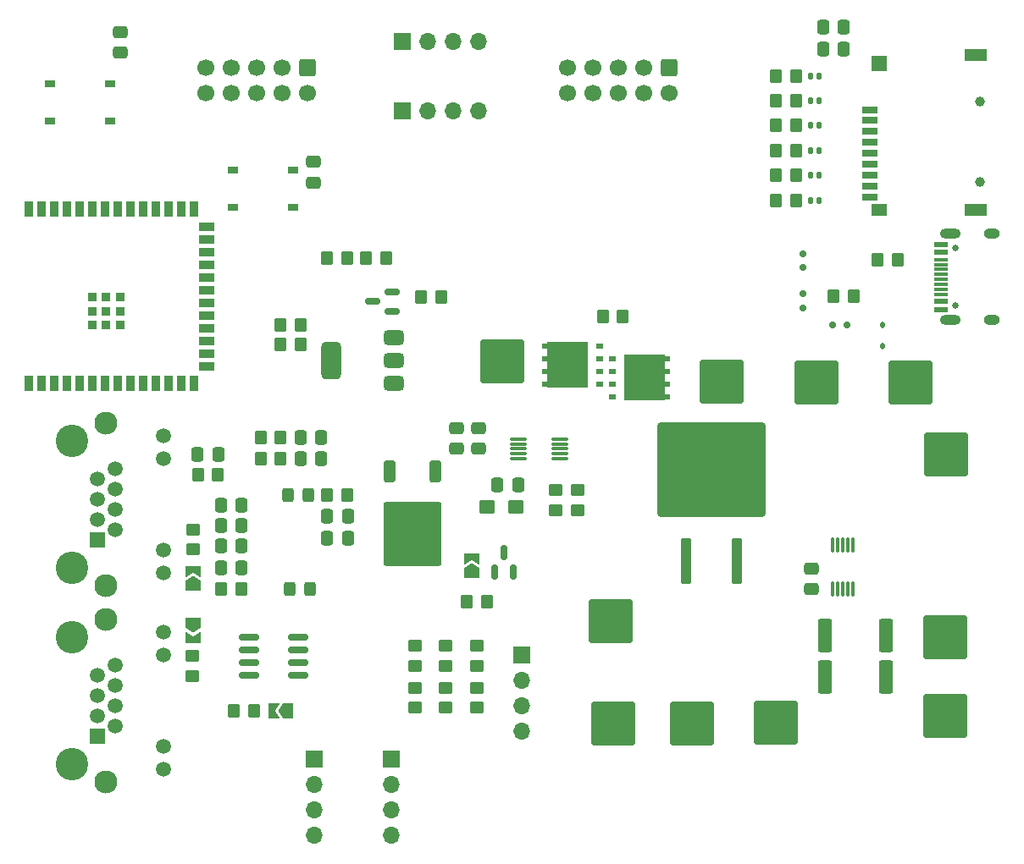
<source format=gts>
G04 #@! TF.GenerationSoftware,KiCad,Pcbnew,8.0.4*
G04 #@! TF.CreationDate,2024-08-16T23:51:58-05:00*
G04 #@! TF.ProjectId,BatteryCo,42617474-6572-4794-936f-2e6b69636164,rev?*
G04 #@! TF.SameCoordinates,Original*
G04 #@! TF.FileFunction,Soldermask,Top*
G04 #@! TF.FilePolarity,Negative*
%FSLAX46Y46*%
G04 Gerber Fmt 4.6, Leading zero omitted, Abs format (unit mm)*
G04 Created by KiCad (PCBNEW 8.0.4) date 2024-08-16 23:51:58*
%MOMM*%
%LPD*%
G01*
G04 APERTURE LIST*
G04 Aperture macros list*
%AMRoundRect*
0 Rectangle with rounded corners*
0 $1 Rounding radius*
0 $2 $3 $4 $5 $6 $7 $8 $9 X,Y pos of 4 corners*
0 Add a 4 corners polygon primitive as box body*
4,1,4,$2,$3,$4,$5,$6,$7,$8,$9,$2,$3,0*
0 Add four circle primitives for the rounded corners*
1,1,$1+$1,$2,$3*
1,1,$1+$1,$4,$5*
1,1,$1+$1,$6,$7*
1,1,$1+$1,$8,$9*
0 Add four rect primitives between the rounded corners*
20,1,$1+$1,$2,$3,$4,$5,0*
20,1,$1+$1,$4,$5,$6,$7,0*
20,1,$1+$1,$6,$7,$8,$9,0*
20,1,$1+$1,$8,$9,$2,$3,0*%
%AMFreePoly0*
4,1,6,1.000000,0.000000,0.500000,-0.750000,-0.500000,-0.750000,-0.500000,0.750000,0.500000,0.750000,1.000000,0.000000,1.000000,0.000000,$1*%
%AMFreePoly1*
4,1,6,0.500000,-0.750000,-0.650000,-0.750000,-0.150000,0.000000,-0.650000,0.750000,0.500000,0.750000,0.500000,-0.750000,0.500000,-0.750000,$1*%
G04 Aperture macros list end*
%ADD10RoundRect,0.250000X0.337500X0.475000X-0.337500X0.475000X-0.337500X-0.475000X0.337500X-0.475000X0*%
%ADD11R,1.700000X1.700000*%
%ADD12O,1.700000X1.700000*%
%ADD13FreePoly0,270.000000*%
%ADD14FreePoly1,270.000000*%
%ADD15FreePoly1,180.000000*%
%ADD16FreePoly0,180.000000*%
%ADD17RoundRect,0.250000X-0.350000X-0.450000X0.350000X-0.450000X0.350000X0.450000X-0.350000X0.450000X0*%
%ADD18FreePoly0,90.000000*%
%ADD19FreePoly1,90.000000*%
%ADD20R,1.000000X0.750000*%
%ADD21RoundRect,0.250000X-0.475000X0.337500X-0.475000X-0.337500X0.475000X-0.337500X0.475000X0.337500X0*%
%ADD22RoundRect,0.250000X0.350000X0.450000X-0.350000X0.450000X-0.350000X-0.450000X0.350000X-0.450000X0*%
%ADD23RoundRect,0.250000X-0.450000X0.350000X-0.450000X-0.350000X0.450000X-0.350000X0.450000X0.350000X0*%
%ADD24RoundRect,0.249999X1.950001X1.950001X-1.950001X1.950001X-1.950001X-1.950001X1.950001X-1.950001X0*%
%ADD25RoundRect,0.150000X0.825000X0.150000X-0.825000X0.150000X-0.825000X-0.150000X0.825000X-0.150000X0*%
%ADD26RoundRect,0.125000X0.125000X0.225000X-0.125000X0.225000X-0.125000X-0.225000X0.125000X-0.225000X0*%
%ADD27RoundRect,0.249999X-0.450001X-1.425001X0.450001X-1.425001X0.450001X1.425001X-0.450001X1.425001X0*%
%ADD28RoundRect,0.250000X0.300000X-2.050000X0.300000X2.050000X-0.300000X2.050000X-0.300000X-2.050000X0*%
%ADD29RoundRect,0.250002X5.149998X-4.449998X5.149998X4.449998X-5.149998X4.449998X-5.149998X-4.449998X0*%
%ADD30RoundRect,0.150000X0.150000X-0.587500X0.150000X0.587500X-0.150000X0.587500X-0.150000X-0.587500X0*%
%ADD31RoundRect,0.087500X-0.725000X-0.087500X0.725000X-0.087500X0.725000X0.087500X-0.725000X0.087500X0*%
%ADD32RoundRect,0.250000X-0.537500X-0.425000X0.537500X-0.425000X0.537500X0.425000X-0.537500X0.425000X0*%
%ADD33RoundRect,0.249999X-1.950001X-1.950001X1.950001X-1.950001X1.950001X1.950001X-1.950001X1.950001X0*%
%ADD34RoundRect,0.250000X0.475000X-0.337500X0.475000X0.337500X-0.475000X0.337500X-0.475000X-0.337500X0*%
%ADD35RoundRect,0.250000X-0.337500X-0.475000X0.337500X-0.475000X0.337500X0.475000X-0.337500X0.475000X0*%
%ADD36R,0.650000X0.500000*%
%ADD37R,4.120000X4.600000*%
%ADD38R,0.550000X0.500000*%
%ADD39RoundRect,0.250000X0.450000X-0.350000X0.450000X0.350000X-0.450000X0.350000X-0.450000X-0.350000X0*%
%ADD40C,1.000000*%
%ADD41R,1.600000X0.700000*%
%ADD42R,1.500000X1.200000*%
%ADD43R,2.200000X1.200000*%
%ADD44R,1.500000X1.600000*%
%ADD45RoundRect,0.250000X0.325000X0.450000X-0.325000X0.450000X-0.325000X-0.450000X0.325000X-0.450000X0*%
%ADD46C,3.250000*%
%ADD47R,1.500000X1.500000*%
%ADD48C,1.500000*%
%ADD49C,2.300000*%
%ADD50RoundRect,0.075000X-0.075000X0.650000X-0.075000X-0.650000X0.075000X-0.650000X0.075000X0.650000X0*%
%ADD51RoundRect,0.250000X-0.600000X0.600000X-0.600000X-0.600000X0.600000X-0.600000X0.600000X0.600000X0*%
%ADD52C,1.700000*%
%ADD53RoundRect,0.150000X0.200000X-0.150000X0.200000X0.150000X-0.200000X0.150000X-0.200000X-0.150000X0*%
%ADD54RoundRect,0.250000X-0.325000X-0.450000X0.325000X-0.450000X0.325000X0.450000X-0.325000X0.450000X0*%
%ADD55RoundRect,0.150000X-0.200000X0.150000X-0.200000X-0.150000X0.200000X-0.150000X0.200000X0.150000X0*%
%ADD56RoundRect,0.150000X0.587500X0.150000X-0.587500X0.150000X-0.587500X-0.150000X0.587500X-0.150000X0*%
%ADD57RoundRect,0.250000X-0.350000X0.850000X-0.350000X-0.850000X0.350000X-0.850000X0.350000X0.850000X0*%
%ADD58RoundRect,0.249997X-2.650003X2.950003X-2.650003X-2.950003X2.650003X-2.950003X2.650003X2.950003X0*%
%ADD59R,0.900000X1.500000*%
%ADD60R,1.500000X0.900000*%
%ADD61R,0.900000X0.900000*%
%ADD62C,0.650000*%
%ADD63R,1.450000X0.600000*%
%ADD64R,1.450000X0.300000*%
%ADD65O,2.100000X1.000000*%
%ADD66O,1.600000X1.000000*%
%ADD67RoundRect,0.112500X0.112500X-0.187500X0.112500X0.187500X-0.112500X0.187500X-0.112500X-0.187500X0*%
%ADD68RoundRect,0.150000X0.150000X0.200000X-0.150000X0.200000X-0.150000X-0.200000X0.150000X-0.200000X0*%
%ADD69RoundRect,0.375000X0.625000X0.375000X-0.625000X0.375000X-0.625000X-0.375000X0.625000X-0.375000X0*%
%ADD70RoundRect,0.500000X0.500000X1.400000X-0.500000X1.400000X-0.500000X-1.400000X0.500000X-1.400000X0*%
G04 APERTURE END LIST*
D10*
X132520700Y-53781600D03*
X130445700Y-53781600D03*
X132520700Y-51648000D03*
X130445700Y-51648000D03*
D11*
X88354000Y-53019600D03*
D12*
X90894000Y-53019600D03*
X93434000Y-53019600D03*
X95974000Y-53019600D03*
D13*
X67449800Y-111259600D03*
D14*
X67449800Y-112709600D03*
D15*
X75471800Y-119999400D03*
D16*
X76921800Y-119999400D03*
D17*
X71529800Y-119999400D03*
X73529800Y-119999400D03*
D18*
X67475200Y-107528000D03*
D19*
X67475200Y-106078000D03*
D20*
X53144000Y-57296000D03*
X59144000Y-57296000D03*
X53144000Y-61046000D03*
X59144000Y-61046000D03*
X71432000Y-65932000D03*
X77432000Y-65932000D03*
X71432000Y-69682000D03*
X77432000Y-69682000D03*
D21*
X60160000Y-52113000D03*
X60160000Y-54188000D03*
X79464000Y-65088500D03*
X79464000Y-67163500D03*
D22*
X82860000Y-98460000D03*
X80860000Y-98460000D03*
D23*
X95821571Y-117717324D03*
X95821571Y-119717324D03*
D24*
X125692000Y-121244000D03*
D10*
X82927500Y-102760000D03*
X80852500Y-102760000D03*
D25*
X77980000Y-116430000D03*
X77980000Y-115160000D03*
X77980000Y-113890000D03*
X77980000Y-112620000D03*
X73030000Y-112620000D03*
X73030000Y-113890000D03*
X73030000Y-115160000D03*
X73030000Y-116430000D03*
D26*
X130000001Y-66448300D03*
X129200001Y-66448300D03*
D27*
X130600000Y-112500000D03*
X136700000Y-112500000D03*
D28*
X116760000Y-105050000D03*
D29*
X119300000Y-95900000D03*
D28*
X121840000Y-105050000D03*
D30*
X97600000Y-106100000D03*
X99500000Y-106100000D03*
X98550000Y-104225000D03*
D31*
X99927500Y-92820000D03*
X99927500Y-93320000D03*
X99927500Y-93820000D03*
X99927500Y-94320000D03*
X99927500Y-94820000D03*
X104152500Y-94820000D03*
X104152500Y-94320000D03*
X104152500Y-93820000D03*
X104152500Y-93320000D03*
X104152500Y-92820000D03*
D32*
X96862500Y-99590000D03*
X99737500Y-99590000D03*
D11*
X88354000Y-60030000D03*
D12*
X90894000Y-60030000D03*
X93434000Y-60030000D03*
X95974000Y-60030000D03*
D10*
X80275000Y-94800000D03*
X78200000Y-94800000D03*
D11*
X87240000Y-124820000D03*
D12*
X87240000Y-127360000D03*
X87240000Y-129900000D03*
X87240000Y-132440000D03*
D33*
X120300000Y-87100000D03*
D21*
X96000000Y-91725000D03*
X96000000Y-93800000D03*
D34*
X129300000Y-107837500D03*
X129300000Y-105762500D03*
D35*
X97862500Y-97380000D03*
X99937500Y-97380000D03*
D26*
X130000001Y-69000000D03*
X129200001Y-69000000D03*
D17*
X74200000Y-94800000D03*
X76200000Y-94800000D03*
D23*
X92721571Y-117717324D03*
X92721571Y-119717324D03*
D10*
X80275000Y-92700000D03*
X78200000Y-92700000D03*
D33*
X98370000Y-85030000D03*
D36*
X109353421Y-84765000D03*
X109353421Y-86035000D03*
X109353421Y-87305000D03*
X109353421Y-88575000D03*
D37*
X112568421Y-86670000D03*
D38*
X114903421Y-84765000D03*
X114903421Y-86035000D03*
X114903421Y-87305000D03*
X114903421Y-88575000D03*
D22*
X127747001Y-63961225D03*
X125747001Y-63961225D03*
D11*
X100310000Y-114400000D03*
D12*
X100310000Y-116940000D03*
X100310000Y-119480000D03*
X100310000Y-122020000D03*
D17*
X135900000Y-74900000D03*
X137900000Y-74900000D03*
D22*
X76200000Y-92700000D03*
X74200000Y-92700000D03*
X92270000Y-78600000D03*
X90270000Y-78600000D03*
D39*
X92721571Y-115517324D03*
X92721571Y-113517324D03*
D33*
X139200000Y-87200000D03*
D40*
X146070000Y-67070000D03*
X146070000Y-59070000D03*
D41*
X135070000Y-59870000D03*
X135070000Y-60970000D03*
X135070000Y-62070000D03*
X135070000Y-63170000D03*
X135070000Y-64270000D03*
X135070000Y-65370000D03*
X135070000Y-66470000D03*
X135070000Y-67570000D03*
X135070000Y-68670000D03*
D42*
X136070000Y-69870000D03*
D43*
X145670000Y-69870000D03*
D44*
X136070000Y-55270000D03*
D43*
X145670000Y-54370000D03*
D22*
X127747001Y-61474150D03*
X125747001Y-61474150D03*
D35*
X70222300Y-101482800D03*
X72297300Y-101482800D03*
D17*
X131500000Y-78500000D03*
X133500000Y-78500000D03*
D22*
X127747001Y-66448300D03*
X125747001Y-66448300D03*
D11*
X79540000Y-124820000D03*
D12*
X79540000Y-127360000D03*
X79540000Y-129900000D03*
X79540000Y-132440000D03*
D33*
X142600000Y-120500000D03*
D36*
X108120000Y-87305000D03*
X108120000Y-86035000D03*
X108120000Y-84765000D03*
X108120000Y-83495000D03*
D37*
X104905000Y-85400000D03*
D38*
X102570000Y-87305000D03*
X102570000Y-86035000D03*
X102570000Y-84765000D03*
X102570000Y-83495000D03*
D35*
X67900000Y-94400000D03*
X69975000Y-94400000D03*
D39*
X95821571Y-115517324D03*
X95821571Y-113517324D03*
D22*
X127747001Y-58987075D03*
X125747001Y-58987075D03*
D27*
X130600000Y-116600000D03*
X136700000Y-116600000D03*
D22*
X78200000Y-83400000D03*
X76200000Y-83400000D03*
D33*
X129800000Y-87200000D03*
D17*
X108410000Y-80570000D03*
X110410000Y-80570000D03*
D33*
X142600000Y-112700000D03*
D45*
X79168200Y-107798800D03*
X77118200Y-107798800D03*
D35*
X70222300Y-105698800D03*
X72297300Y-105698800D03*
D39*
X89621571Y-115517324D03*
X89621571Y-113517324D03*
D26*
X130000001Y-56500000D03*
X129200001Y-56500000D03*
D17*
X67937500Y-96400000D03*
X69937500Y-96400000D03*
D46*
X55322000Y-105746000D03*
X55322000Y-93046000D03*
D47*
X57862000Y-102956000D03*
D48*
X59642000Y-101940000D03*
X57862000Y-100924000D03*
X59642000Y-99908000D03*
X57862000Y-98892000D03*
X59642000Y-97876000D03*
X57862000Y-96860000D03*
X59642000Y-95844000D03*
X64462000Y-106256000D03*
X64462000Y-103966000D03*
X64462000Y-94826000D03*
X64462000Y-92536000D03*
D49*
X58752000Y-107526000D03*
X58752000Y-91266000D03*
D22*
X82850000Y-74700000D03*
X80850000Y-74700000D03*
X78200000Y-81400000D03*
X76200000Y-81400000D03*
D50*
X133400000Y-103400000D03*
X132900000Y-103400000D03*
X132400000Y-103400000D03*
X131900000Y-103400000D03*
X131400000Y-103400000D03*
X131400000Y-107800000D03*
X131900000Y-107800000D03*
X132400000Y-107800000D03*
X132900000Y-107800000D03*
X133400000Y-107800000D03*
D23*
X89621571Y-117717324D03*
X89621571Y-119717324D03*
D18*
X95300000Y-106200000D03*
D19*
X95300000Y-104750000D03*
D17*
X94800000Y-109100000D03*
X96800000Y-109100000D03*
D21*
X93800000Y-91725000D03*
X93800000Y-93800000D03*
D51*
X115024000Y-55653658D03*
D52*
X115024000Y-58193658D03*
X112484000Y-55653658D03*
X112484000Y-58193658D03*
X109944000Y-55653658D03*
X109944000Y-58193658D03*
X107404000Y-55653658D03*
X107404000Y-58193658D03*
X104864000Y-55653658D03*
X104864000Y-58193658D03*
D53*
X128400000Y-74300000D03*
X128400000Y-75700000D03*
D24*
X109182000Y-111084000D03*
D54*
X76910000Y-98460000D03*
X78960000Y-98460000D03*
D55*
X128400000Y-79700000D03*
X128400000Y-78300000D03*
D46*
X55334000Y-125354800D03*
X55334000Y-112654800D03*
D47*
X57874000Y-122564800D03*
D48*
X59654000Y-121548800D03*
X57874000Y-120532800D03*
X59654000Y-119516800D03*
X57874000Y-118500800D03*
X59654000Y-117484800D03*
X57874000Y-116468800D03*
X59654000Y-115452800D03*
X64474000Y-125864800D03*
X64474000Y-123574800D03*
X64474000Y-114434800D03*
X64474000Y-112144800D03*
D49*
X58764000Y-127134800D03*
X58764000Y-110874800D03*
D24*
X109436000Y-121300000D03*
D39*
X67373600Y-116513000D03*
X67373600Y-114513000D03*
D35*
X70222300Y-99440800D03*
X72297300Y-99440800D03*
X70222300Y-103539800D03*
X72297300Y-103539800D03*
D26*
X130000001Y-58987075D03*
X129200001Y-58987075D03*
D56*
X87315289Y-80030000D03*
X87315289Y-78130000D03*
X85440289Y-79080000D03*
D26*
X130000001Y-63961225D03*
X129200001Y-63961225D03*
D22*
X127747001Y-56500000D03*
X125747001Y-56500000D03*
D57*
X91680000Y-96060000D03*
D58*
X89400000Y-102360000D03*
D57*
X87120000Y-96060000D03*
D59*
X51040000Y-87300000D03*
X52310000Y-87300000D03*
X53580000Y-87300000D03*
X54850000Y-87300000D03*
X56120000Y-87300000D03*
X57390000Y-87300000D03*
X58660000Y-87300000D03*
X59930000Y-87300000D03*
X61200000Y-87300000D03*
X62470000Y-87300000D03*
X63740000Y-87300000D03*
X65010000Y-87300000D03*
X66280000Y-87300000D03*
X67550000Y-87300000D03*
D60*
X68800000Y-85535000D03*
X68800000Y-84265000D03*
X68800000Y-82995000D03*
X68800000Y-81725000D03*
X68800000Y-80455000D03*
X68800000Y-79185000D03*
X68800000Y-77915000D03*
X68800000Y-76645000D03*
X68800000Y-75375000D03*
X68800000Y-74105000D03*
X68800000Y-72835000D03*
X68800000Y-71565000D03*
D59*
X67550000Y-69800000D03*
X66280000Y-69800000D03*
X65010000Y-69800000D03*
X63740000Y-69800000D03*
X62470000Y-69800000D03*
X61200000Y-69800000D03*
X59930000Y-69800000D03*
X58660000Y-69800000D03*
X57390000Y-69800000D03*
X56120000Y-69800000D03*
X54850000Y-69800000D03*
X53580000Y-69800000D03*
X52310000Y-69800000D03*
X51040000Y-69800000D03*
D61*
X57360000Y-81450000D03*
X58760000Y-81450000D03*
X60160000Y-81450000D03*
X60160000Y-81450000D03*
X57360000Y-80050000D03*
X57360000Y-80050000D03*
X58760000Y-80050000D03*
X60160000Y-80050000D03*
X57360000Y-78650000D03*
X58760000Y-78650000D03*
X60160000Y-78650000D03*
D24*
X117310000Y-121300000D03*
D62*
X143650000Y-79510000D03*
X143650000Y-73730000D03*
D63*
X142205000Y-79870000D03*
X142205000Y-79070000D03*
D64*
X142205000Y-77870000D03*
X142205000Y-76870000D03*
X142205000Y-76370000D03*
X142205000Y-75370000D03*
D63*
X142205000Y-74170000D03*
X142205000Y-73370000D03*
X142205000Y-73370000D03*
X142205000Y-74170000D03*
D64*
X142205000Y-74870000D03*
X142205000Y-75870000D03*
X142205000Y-77370000D03*
X142205000Y-78370000D03*
D63*
X142205000Y-79070000D03*
X142205000Y-79870000D03*
D65*
X143120000Y-80940000D03*
D66*
X147300000Y-80940000D03*
D65*
X143120000Y-72300000D03*
D66*
X147300000Y-72300000D03*
D22*
X127747001Y-69000000D03*
X125747001Y-69000000D03*
D10*
X82927500Y-100560000D03*
X80852500Y-100560000D03*
D67*
X136400000Y-83500000D03*
X136400000Y-81400000D03*
D68*
X131400000Y-81400000D03*
X132800000Y-81400000D03*
D26*
X130000001Y-61474150D03*
X129200001Y-61474150D03*
D23*
X105860000Y-97940000D03*
X105860000Y-99940000D03*
D33*
X142700000Y-94400000D03*
D69*
X87550000Y-87300000D03*
X87550000Y-85000000D03*
D70*
X81250000Y-85000000D03*
D69*
X87550000Y-82700000D03*
D22*
X86750000Y-74700000D03*
X84750000Y-74700000D03*
D23*
X103730000Y-97940000D03*
X103730000Y-99940000D03*
X67449800Y-101879800D03*
X67449800Y-103879800D03*
D51*
X78846217Y-55653658D03*
D52*
X78846217Y-58193658D03*
X76306217Y-55653658D03*
X76306217Y-58193658D03*
X73766217Y-55653658D03*
X73766217Y-58193658D03*
X71226217Y-55653658D03*
X71226217Y-58193658D03*
X68686217Y-55653658D03*
X68686217Y-58193658D03*
D17*
X70259800Y-107798800D03*
X72259800Y-107798800D03*
M02*

</source>
